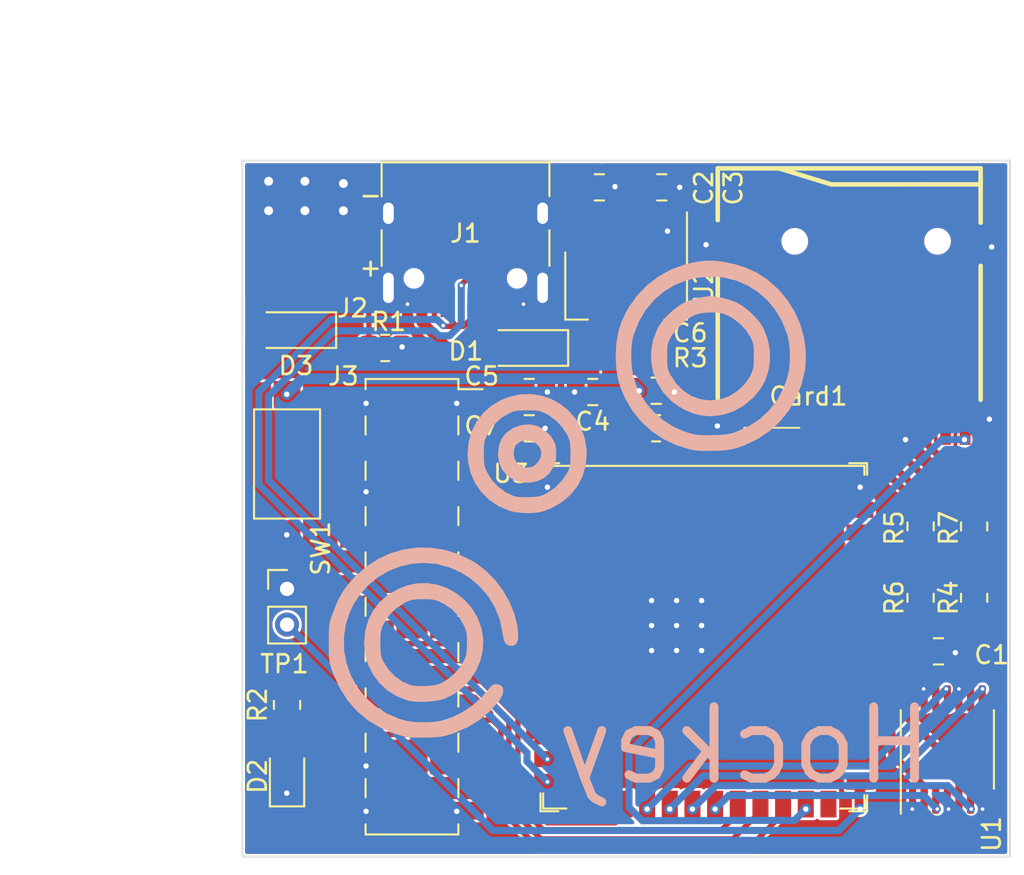
<source format=kicad_pcb>
(kicad_pcb (version 20211014) (generator pcbnew)
  (layers (0 "F.Cu" signal) (31 "B.Cu" signal) (34 "B.Paste" user) (35 "F.Paste" user) (36 "B.SilkS" user "B.Silkscreen") (37 "F.SilkS" user "F.Silkscreen") (38 "B.Mask" user) (39 "F.Mask" user) (44 "Edge.Cuts" user))
  (net 0 "")
  (net 1 "+3.3V")
  (net 2 "GND")
  (net 3 "+5V")
  (net 4 "Net-(C6-Pad2)")
  (net 6 "Net-(Card1-Pad2)")
  (net 7 "Net-(Card1-Pad3)")
  (net 8 "Net-(Card1-Pad5)")
  (net 9 "Net-(Card1-Pad7)")
  (net 11 "/CD")
  (net 12 "Net-(D1-Pad2)")
  (net 13 "Net-(D2-Pad2)")
  (net 14 "Net-(D3-Pad2)")
  (net 15 "Net-(J1-PadA5)")
  (net 16 "/D+")
  (net 17 "/D-")
  (net 20 "/R1")
  (net 21 "/G1")
  (net 22 "/B1")
  (net 23 "/R2")
  (net 24 "/G2")
  (net 25 "/B2")
  (net 26 "/E")
  (net 27 "/A")
  (net 28 "/B")
  (net 29 "/C")
  (net 30 "/D")
  (net 31 "/CLK")
  (net 32 "/LAT")
  (net 33 "/OE")
  (net 34 "Net-(R3-Pad2)")
  (net 35 "Net-(R4-Pad2)")
  (net 36 "Net-(R5-Pad2)")
  (net 37 "Net-(R6-Pad2)")
  (net 38 "Net-(R7-Pad2)")
  (net 39 "Net-(TP1-Pad2)")
  (net 40 "/MISO")
  (net 41 "/CS")
  (net 42 "/MOSI")
  (net 43 "/SCK")
  (footprint "SDCard:TF-SMD_TF-01A" (layer "F.Cu") (at 149.5 66.5 180)
    (fp_text reference "Card1" (at 0 -3.207) (layer "F.SilkS") (effects (justify right)))
    (fp_text value "TF-01A")
    (pad "" np_thru_hole circle (at -4.95 5.478 180) (size 1 1) (drill 1) (layers *.Cu *.Mask))
    (pad "" np_thru_hole circle (at 3.05 5.475 180) (size 1 1) (drill 1) (layers *.Cu *.Mask))
    (pad "1" smd rect (at 2.301 -5.276 180) (size 0.6 1.3) (layers "F.Cu" "F.Paste" "F.Mask"))
    (pad "2" smd rect (at 1.201 -5.276 180) (size 0.6 1.3) (layers "F.Cu" "F.Paste" "F.Mask") (net 6 "Net-(Card1-Pad2)"))
    (pad "3" smd rect (at 0.101 -5.276 180) (size 0.6 1.3) (layers "F.Cu" "F.Paste" "F.Mask") (net 7 "Net-(Card1-Pad3)"))
    (pad "4" smd rect (at -0.999 -5.276 180) (size 0.6 1.3) (layers "F.Cu" "F.Paste" "F.Mask") (net 1 "+3.3V"))
    (pad "5" smd rect (at -2.099 -5.276 180) (size 0.6 1.3) (layers "F.Cu" "F.Paste" "F.Mask") (net 8 "Net-(Card1-Pad5)"))
    (pad "6" smd rect (at -3.199 -5.276 180) (size 0.6 1.3) (layers "F.Cu" "F.Paste" "F.Mask") (net 2 "GND"))
    (pad "7" smd rect (at -4.299 -5.276 180) (size 0.6 1.3) (layers "F.Cu" "F.Paste" "F.Mask") (net 9 "Net-(Card1-Pad7)"))
    (pad "8" smd rect (at -5.399 -5.276 180) (size 0.6 1.3) (layers "F.Cu" "F.Paste" "F.Mask"))
    (pad "9" smd rect (at -6.499 -5.276 180) (size 0.6 1.3) (layers "F.Cu" "F.Paste" "F.Mask") (net 11 "/CD"))
    (pad "10" smd rect (at -7.599 -4.426 180) (size 1.2 1.4) (layers "F.Cu" "F.Paste" "F.Mask") (net 2 "GND"))
    (pad "11" smd rect (at -7.76 5.276 180) (size 1.2 2) (layers "F.Cu" "F.Paste" "F.Mask") (net 2 "GND"))
    (pad "12" smd rect (at 7.76 5.276 180) (size 1.2 2) (layers "F.Cu" "F.Paste" "F.Mask") (net 2 "GND"))
    (pad "13" smd rect (at 7.081 -4.426 180) (size 1.2 1.4) (layers "F.Cu" "F.Paste" "F.Mask") (net 2 "GND"))
  )
  (footprint "Resistor_SMD:R_0805_2012Metric" (layer "F.Cu") (at 153.5 77 -90)
    (fp_text reference "R5" (at 0.089 1.481 90) (layer "F.SilkS"))
    (fp_text value "3.3K")
    (pad "1" smd roundrect (at -0.9125 0 270) (size 1.025 1.4) (layers "F.Cu" "F.Paste" "F.Mask") (roundrect_rratio 0.243902) (net 6 "Net-(Card1-Pad2)"))
    (pad "2" smd roundrect (at 0.9125 0 270) (size 1.025 1.4) (layers "F.Cu" "F.Paste" "F.Mask") (roundrect_rratio 0.243902) (net 36 "Net-(R5-Pad2)"))
  )
  (footprint "Espressif:ESP32-S3-WROOM-1U" (layer "F.Cu") (at 141.351 83.058)
    (fp_text reference "U3" (at -10.795 -9.017) (layer "F.SilkS"))
    (fp_text value "ESP32-S3-WROOM-1")
    (pad "1" smd rect (at -8.75 -8.26) (size 1.5 0.9) (layers "F.Cu" "F.Paste" "F.Mask") (net 2 "GND"))
    (pad "2" smd rect (at -8.75 -6.99) (size 1.5 0.9) (layers "F.Cu" "F.Paste" "F.Mask") (net 1 "+3.3V"))
    (pad "3" smd rect (at -8.75 -5.72) (size 1.5 0.9) (layers "F.Cu" "F.Paste" "F.Mask") (net 34 "Net-(R3-Pad2)"))
    (pad "4" smd rect (at -8.75 -4.45) (size 1.5 0.9) (layers "F.Cu" "F.Paste" "F.Mask") (net 20 "/R1"))
    (pad "5" smd rect (at -8.75 -3.18) (size 1.5 0.9) (layers "F.Cu" "F.Paste" "F.Mask") (net 21 "/G1"))
    (pad "6" smd rect (at -8.75 -1.91) (size 1.5 0.9) (layers "F.Cu" "F.Paste" "F.Mask") (net 22 "/B1"))
    (pad "7" smd rect (at -8.75 -0.64) (size 1.5 0.9) (layers "F.Cu" "F.Paste" "F.Mask") (net 23 "/R2"))
    (pad "8" smd rect (at -8.75 0.63) (size 1.5 0.9) (layers "F.Cu" "F.Paste" "F.Mask") (net 24 "/G2"))
    (pad "9" smd rect (at -8.75 1.9) (size 1.5 0.9) (layers "F.Cu" "F.Paste" "F.Mask") (net 25 "/B2"))
    (pad "10" smd rect (at -8.75 3.17) (size 1.5 0.9) (layers "F.Cu" "F.Paste" "F.Mask") (net 26 "/E"))
    (pad "11" smd rect (at -8.75 4.44) (size 1.5 0.9) (layers "F.Cu" "F.Paste" "F.Mask") (net 27 "/A"))
    (pad "12" smd rect (at -8.75 5.71) (size 1.5 0.9) (layers "F.Cu" "F.Paste" "F.Mask") (net 28 "/B"))
    (pad "13" smd rect (at -8.75 6.98) (size 1.5 0.9) (layers "F.Cu" "F.Paste" "F.Mask") (net 17 "/D-"))
    (pad "14" smd rect (at -8.75 8.25) (size 1.5 0.9) (layers "F.Cu" "F.Paste" "F.Mask") (net 16 "/D+"))
    (pad "15" smd rect (at -6.985 9.5 90) (size 1.5 0.9) (layers "F.Cu" "F.Paste" "F.Mask") (net 29 "/C"))
    (pad "16" smd rect (at -5.715 9.5 90) (size 1.5 0.9) (layers "F.Cu" "F.Paste" "F.Mask"))
    (pad "17" smd rect (at -4.445 9.5 90) (size 1.5 0.9) (layers "F.Cu" "F.Paste" "F.Mask") (net 30 "/D"))
    (pad "18" smd rect (at -3.175 9.5 90) (size 1.5 0.9) (layers "F.Cu" "F.Paste" "F.Mask") (net 43 "/SCK"))
    (pad "19" smd rect (at -1.905 9.5 90) (size 1.5 0.9) (layers "F.Cu" "F.Paste" "F.Mask") (net 42 "/MOSI"))
    (pad "20" smd rect (at -0.635 9.5 90) (size 1.5 0.9) (layers "F.Cu" "F.Paste" "F.Mask") (net 41 "/CS"))
    (pad "21" smd rect (at 0.635 9.5 90) (size 1.5 0.9) (layers "F.Cu" "F.Paste" "F.Mask") (net 40 "/MISO"))
    (pad "22" smd rect (at 1.905 9.5 90) (size 1.5 0.9) (layers "F.Cu" "F.Paste" "F.Mask") (net 31 "/CLK"))
    (pad "23" smd rect (at 3.175 9.5 90) (size 1.5 0.9) (layers "F.Cu" "F.Paste" "F.Mask") (net 32 "/LAT"))
    (pad "24" smd rect (at 4.445 9.5 90) (size 1.5 0.9) (layers "F.Cu" "F.Paste" "F.Mask") (net 33 "/OE"))
    (pad "25" smd rect (at 5.715 9.5 90) (size 1.5 0.9) (layers "F.Cu" "F.Paste" "F.Mask") (net 11 "/CD"))
    (pad "26" smd rect (at 6.985 9.5 90) (size 1.5 0.9) (layers "F.Cu" "F.Paste" "F.Mask"))
    (pad "27" smd rect (at 8.75 8.25 180) (size 1.5 0.9) (layers "F.Cu" "F.Paste" "F.Mask") (net 39 "Net-(TP1-Pad2)"))
    (pad "28" smd rect (at 8.75 6.98 180) (size 1.5 0.9) (layers "F.Cu" "F.Paste" "F.Mask"))
    (pad "29" smd rect (at 8.75 5.71 180) (size 1.5 0.9) (layers "F.Cu" "F.Paste" "F.Mask"))
    (pad "30" smd rect (at 8.75 4.44 180) (size 1.5 0.9) (layers "F.Cu" "F.Paste" "F.Mask"))
    (pad "31" smd rect (at 8.75 3.17 180) (size 1.5 0.9) (layers "F.Cu" "F.Paste" "F.Mask"))
    (pad "32" smd rect (at 8.75 1.9 180) (size 1.5 0.9) (layers "F.Cu" "F.Paste" "F.Mask"))
    (pad "33" smd rect (at 8.75 0.63 180) (size 1.5 0.9) (layers "F.Cu" "F.Paste" "F.Mask"))
    (pad "34" smd rect (at 8.75 -0.64 180) (size 1.5 0.9) (layers "F.Cu" "F.Paste" "F.Mask"))
    (pad "35" smd rect (at 8.75 -1.91 180) (size 1.5 0.9) (layers "F.Cu" "F.Paste" "F.Mask"))
    (pad "36" smd rect (at 8.75 -3.18 180) (size 1.5 0.9) (layers "F.Cu" "F.Paste" "F.Mask"))
    (pad "37" smd rect (at 8.75 -4.45 180) (size 1.5 0.9) (layers "F.Cu" "F.Paste" "F.Mask"))
    (pad "38" smd rect (at 8.75 -5.72 180) (size 1.5 0.9) (layers "F.Cu" "F.Paste" "F.Mask"))
    (pad "39" smd rect (at 8.75 -6.99 180) (size 1.5 0.9) (layers "F.Cu" "F.Paste" "F.Mask"))
    (pad "40" smd rect (at 8.75 -8.26 180) (size 1.5 0.9) (layers "F.Cu" "F.Paste" "F.Mask") (net 2 "GND"))
    (pad "41" smd rect (at -2.9 -0.54 180) (size 0.9 0.9) (layers "F.Cu" "F.Paste" "F.Mask") (net 2 "GND"))
    (pad "41" smd rect (at -2.9 0.86 180) (size 0.9 0.9) (layers "F.Cu" "F.Paste" "F.Mask") (net 2 "GND"))
    (pad "41" smd rect (at -1.5 -0.54 180) (size 0.9 0.9) (layers "F.Cu" "F.Paste" "F.Mask") (net 2 "GND"))
    (pad "41" smd rect (at -1.5 0.86 180) (size 0.9 0.9) (layers "F.Cu" "F.Paste" "F.Mask") (net 2 "GND"))
    (pad "41" smd rect (at -0.1 -1.94 180) (size 0.9 0.9) (layers "F.Cu" "F.Paste" "F.Mask") (net 2 "GND"))
    (pad "41" smd rect (at -0.1 0.86 180) (size 0.9 0.9) (layers "F.Cu" "F.Paste" "F.Mask") (net 2 "GND"))
    (pad "41" smd rect (at -0.1 -0.54 180) (size 0.9 0.9) (layers "F.Cu" "F.Paste" "F.Mask") (net 2 "GND"))
    (pad "41" smd rect (at -1.5 -1.94 180) (size 0.9 0.9) (layers "F.Cu" "F.Paste" "F.Mask") (net 2 "GND"))
    (pad "41" smd rect (at -2.9 -1.94 180) (size 0.9 0.9) (layers "F.Cu" "F.Paste" "F.Mask") (net 2 "GND"))
  )
  (footprint "Connector_PinHeader_2.00mm:PinHeader_1x02_P2.00mm_Vertical" (layer "F.Cu") (at 118 80.5)
    (fp_text reference "TP1" (at -0.144 4.209) (layer "F.SilkS"))
    (fp_text value "TestPoint_2Pole")
    (pad "1" thru_hole rect (at 0 0) (size 1.35 1.35) (drill 0.8) (layers *.Cu *.Mask) (net 2 "GND"))
    (pad "2" thru_hole oval (at 0 2) (size 1.35 1.35) (drill 0.8) (layers *.Cu *.Mask) (net 39 "Net-(TP1-Pad2)"))
  )
  (footprint "Capacitor_SMD:C_0805_2012Metric" (layer "F.Cu") (at 131.572 69.469)
    (fp_text reference "C5" (at -2.667 -0.889) (layer "F.SilkS"))
    (fp_text value "1u")
    (pad "1" smd roundrect (at -0.95 0) (size 1 1.45) (layers "F.Cu" "F.Paste" "F.Mask") (net 1 "+3.3V"))
    (pad "2" smd roundrect (at 0.95 0) (size 1 1.45) (layers "F.Cu" "F.Paste" "F.Mask") (net 2 "GND"))
  )
  (footprint "1Comment:Hockey" (layer "F.Cu") (at 132.715 75.311)
    (fp_text reference "G***" hide)
    (fp_text value "LOGO" hide)
  )
  (footprint "Package_SO:TSSOP-14_4.4x5mm_P0.65mm" (layer "F.Cu") (at 155 89.5 90)
    (fp_text reference "U1" (at -4.734 2.48 90) (layer "F.SilkS"))
    (fp_text value "74LVC125")
    (pad "1" smd roundrect (at -2.8625 -1.95 90) (size 1.475 0.4) (layers "F.Cu" "F.Paste" "F.Mask") (net 2 "GND"))
    (pad "2" smd roundrect (at -2.8625 -1.3 90) (size 1.475 0.4) (layers "F.Cu" "F.Paste" "F.Mask") (net 36 "Net-(R5-Pad2)"))
    (pad "3" smd roundrect (at -2.8625 -0.65 90) (size 1.475 0.4) (layers "F.Cu" "F.Paste" "F.Mask") (net 40 "/MISO"))
    (pad "4" smd roundrect (at -2.8625 0 90) (size 1.475 0.4) (layers "F.Cu" "F.Paste" "F.Mask") (net 2 "GND"))
    (pad "5" smd roundrect (at -2.8625 0.65 90) (size 1.475 0.4) (layers "F.Cu" "F.Paste" "F.Mask") (net 37 "Net-(R6-Pad2)"))
    (pad "6" smd roundrect (at -2.8625 1.3 90) (size 1.475 0.4) (layers "F.Cu" "F.Paste" "F.Mask") (net 41 "/CS"))
    (pad "7" smd roundrect (at -2.8625 1.95 90) (size 1.475 0.4) (layers "F.Cu" "F.Paste" "F.Mask") (net 2 "GND"))
    (pad "8" smd roundrect (at 2.8625 1.95 90) (size 1.475 0.4) (layers "F.Cu" "F.Paste" "F.Mask") (net 42 "/MOSI"))
    (pad "9" smd roundrect (at 2.8625 1.3 90) (size 1.475 0.4) (layers "F.Cu" "F.Paste" "F.Mask") (net 35 "Net-(R4-Pad2)"))
    (pad "10" smd roundrect (at 2.8625 0.65 90) (size 1.475 0.4) (layers "F.Cu" "F.Paste" "F.Mask") (net 2 "GND"))
    (pad "11" smd roundrect (at 2.8625 0 90) (size 1.475 0.4) (layers "F.Cu" "F.Paste" "F.Mask") (net 43 "/SCK"))
    (pad "12" smd roundrect (at 2.8625 -0.65 90) (size 1.475 0.4) (layers "F.Cu" "F.Paste" "F.Mask") (net 38 "Net-(R7-Pad2)"))
    (pad "13" smd roundrect (at 2.8625 -1.3 90) (size 1.475 0.4) (layers "F.Cu" "F.Paste" "F.Mask") (net 2 "GND"))
    (pad "14" smd roundrect (at 2.8625 -1.95 90) (size 1.475 0.4) (layers "F.Cu" "F.Paste" "F.Mask") (net 1 "+3.3V"))
  )
  (footprint "Capacitor_SMD:C_0805_2012Metric" (layer "F.Cu") (at 139 58)
    (fp_text reference "C3" (at 4.002 0.039 270) (layer "F.SilkS"))
    (fp_text value "1u")
    (pad "1" smd roundrect (at -0.95 0) (size 1 1.45) (layers "F.Cu" "F.Paste" "F.Mask") (net 1 "+3.3V"))
    (pad "2" smd roundrect (at 0.95 0) (size 1 1.45) (layers "F.Cu" "F.Paste" "F.Mask") (net 2 "GND"))
  )
  (footprint "Package_TO_SOT_SMD:SOT-223-3_TabPin2" (layer "F.Cu") (at 137 63.5 -90)
    (fp_text reference "U2" (at 0 -4.351 90) (layer "F.SilkS"))
    (fp_text value "AMS1117-3.3")
    (pad "1" smd rect (at -3.15 -2.3 270) (size 2 1.5) (layers "F.Cu" "F.Paste" "F.Mask") (net 2 "GND"))
    (pad "2" smd rect (at 3.15 0 270) (size 2 3.8) (layers "F.Cu" "F.Paste" "F.Mask") (net 1 "+3.3V"))
    (pad "2" smd rect (at -3.15 0 270) (size 2 1.5) (layers "F.Cu" "F.Paste" "F.Mask") (net 1 "+3.3V"))
    (pad "3" smd rect (at -3.15 2.3 270) (size 2 1.5) (layers "F.Cu" "F.Paste" "F.Mask") (net 3 "+5V"))
  )
  (footprint "Resistor_SMD:R_0805_2012Metric" (layer "F.Cu") (at 156.5 77 -90)
    (fp_text reference "R7" (at 0.089 1.433 90) (layer "F.SilkS"))
    (fp_text value "3.3K")
    (pad "1" smd roundrect (at -0.9125 0 270) (size 1.025 1.4) (layers "F.Cu" "F.Paste" "F.Mask") (roundrect_rratio 0.243902) (net 8 "Net-(Card1-Pad5)"))
    (pad "2" smd roundrect (at 0.9125 0 270) (size 1.025 1.4) (layers "F.Cu" "F.Paste" "F.Mask") (roundrect_rratio 0.243902) (net 38 "Net-(R7-Pad2)"))
  )
  (footprint "Capacitor_SMD:C_0805_2012Metric" (layer "F.Cu") (at 154.5 84)
    (fp_text reference "C1" (at 2.98 0.201) (layer "F.SilkS"))
    (fp_text value "0.1u")
    (pad "1" smd roundrect (at -0.95 0) (size 1 1.45) (layers "F.Cu" "F.Paste" "F.Mask") (net 1 "+3.3V"))
    (pad "2" smd roundrect (at 0.95 0) (size 1 1.45) (layers "F.Cu" "F.Paste" "F.Mask") (net 2 "GND"))
  )
  (footprint "Capacitor_SMD:C_0805_2012Metric" (layer "F.Cu") (at 135.128 69.469 180)
    (fp_text reference "C4" (at 0 -1.651) (layer "F.SilkS"))
    (fp_text value "10u")
    (pad "1" smd roundrect (at -0.95 0 180) (size 1 1.45) (layers "F.Cu" "F.Paste" "F.Mask") (net 1 "+3.3V"))
    (pad "2" smd roundrect (at 0.95 0 180) (size 1 1.45) (layers "F.Cu" "F.Paste" "F.Mask") (net 2 "GND"))
  )
  (footprint "Button_Switch_SMD:SW_SPST_CK_RS282G05A3" (layer "F.Cu") (at 118 73.5 90)
    (fp_text reference "SW1" (at -4.732 1.888 90) (layer "F.SilkS"))
    (fp_text value "SW_Push")
    (pad "1" smd rect (at -3.9 0 90) (size 1.5 1.5) (layers "F.Cu" "F.Paste" "F.Mask") (net 2 "GND"))
    (pad "2" smd rect (at 3.9 0 90) (size 1.5 1.5) (layers "F.Cu" "F.Paste" "F.Mask") (net 4 "Net-(C6-Pad2)"))
  )
  (footprint "Resistor_SMD:R_0805_2012Metric" (layer "F.Cu") (at 123.5 67)
    (fp_text reference "R1" (at 0.198 -1.468) (layer "F.SilkS"))
    (fp_text value "5.1K")
    (pad "1" smd roundrect (at -0.9125 0) (size 1.025 1.4) (layers "F.Cu" "F.Paste" "F.Mask") (roundrect_rratio 0.243902) (net 15 "Net-(J1-PadA5)"))
    (pad "2" smd roundrect (at 0.9125 0) (size 1.025 1.4) (layers "F.Cu" "F.Paste" "F.Mask") (roundrect_rratio 0.243902) (net 2 "GND"))
  )
  (footprint "Diode_SMD:D_SOD-123" (layer "F.Cu") (at 131.5 67 180)
    (fp_text reference "D1" (at 3.484 -0.183) (layer "F.SilkS"))
    (fp_text value "1N5819HW")
    (pad "1" smd rect (at -1.65 0 180) (size 0.9 1.2) (layers "F.Cu" "F.Paste" "F.Mask") (net 3 "+5V"))
    (pad "2" smd rect (at 1.65 0 180) (size 0.9 1.2) (layers "F.Cu" "F.Paste" "F.Mask") (net 12 "Net-(D1-Pad2)"))
  )
  (footprint "Capacitor_SMD:C_0805_2012Metric" (layer "F.Cu") (at 135.5 58)
    (fp_text reference "C2" (at 5.851 0.039 90) (layer "F.SilkS"))
    (fp_text value "1u")
    (pad "1" smd roundrect (at -0.95 0) (size 1 1.45) (layers "F.Cu" "F.Paste" "F.Mask") (net 3 "+5V"))
    (pad "2" smd roundrect (at 0.95 0) (size 1 1.45) (layers "F.Cu" "F.Paste" "F.Mask") (net 2 "GND"))
  )
  (footprint "Capacitor_SMD:C_0805_2012Metric" (layer "F.Cu") (at 131.572 71.501)
    (fp_text reference "C7" (at -2.667 -0.127) (layer "F.SilkS"))
    (fp_text value "0.1u")
    (pad "1" smd roundrect (at -0.95 0) (size 1 1.45) (layers "F.Cu" "F.Paste" "F.Mask") (net 1 "+3.3V"))
    (pad "2" smd roundrect (at 0.95 0) (size 1 1.45) (layers "F.Cu" "F.Paste" "F.Mask") (net 2 "GND"))
  )
  (footprint "1Comment:USB_C_Receptacle_HRO_TYPE-C-31-M-12" (layer "F.Cu") (at 128 60.5 180)
    (fp_text reference "J1" (at 0 -0.079) (layer "F.SilkS"))
    (fp_text value "USB_C_Receptacle_USB2.0")
    (pad "" np_thru_hole circle (at -2.89 -2.6 180) (size 0.65 0.65) (drill 0.65) (layers *.Cu *.Mask))
    (pad "" np_thru_hole circle (at 2.89 -2.6 180) (size 0.65 0.65) (drill 0.65) (layers *.Cu *.Mask))
    (pad "A1" smd rect (at -3.25 -4.045 180) (size 0.6 1.45) (layers "F.Cu" "F.Paste" "F.Mask") (net 2 "GND"))
    (pad "A4" smd rect (at -2.45 -4.045 180) (size 0.6 1.45) (layers "F.Cu" "F.Paste" "F.Mask") (net 12 "Net-(D1-Pad2)"))
    (pad "A5" smd rect (at -1.25 -4.045 180) (size 0.3 1.45) (layers "F.Cu" "F.Paste" "F.Mask") (net 15 "Net-(J1-PadA5)"))
    (pad "A6" smd rect (at -0.25 -4.045 180) (size 0.3 1.45) (layers "F.Cu" "F.Paste" "F.Mask") (net 16 "/D+"))
    (pad "A7" smd rect (at 0.25 -4.045 180) (size 0.3 1.45) (layers "F.Cu" "F.Paste" "F.Mask") (net 17 "/D-"))
    (pad "A8" smd rect (at 1.25 -4.045 180) (size 0.3 1.45) (layers "F.Cu" "F.Paste" "F.Mask"))
    (pad "A9" smd rect (at 2.45 -4.045 180) (size 0.6 1.45) (layers "F.Cu" "F.Paste" "F.Mask") (net 12 "Net-(D1-Pad2)"))
    (pad "A12" smd rect (at 3.25 -4.045 180) (size 0.6 1.45) (layers "F.Cu" "F.Paste" "F.Mask") (net 2 "GND"))
    (pad "B1" smd rect (at 3.25 -4.045 180) (size 0.6 1.45) (layers "F.Cu" "F.Paste" "F.Mask") (net 2 "GND"))
    (pad "B4" smd rect (at 2.45 -4.045 180) (size 0.6 1.45) (layers "F.Cu" "F.Paste" "F.Mask") (net 12 "Net-(D1-Pad2)"))
    (pad "B5" smd rect (at 1.75 -4.045 180) (size 0.3 1.45) (layers "F.Cu" "F.Paste" "F.Mask") (net 15 "Net-(J1-PadA5)"))
    (pad "B6" smd rect (at 0.75 -4.045 180) (size 0.3 1.45) (layers "F.Cu" "F.Paste" "F.Mask") (net 16 "/D+"))
    (pad "B7" smd rect (at -0.75 -4.045 180) (size 0.3 1.45) (layers "F.Cu" "F.Paste" "F.Mask") (net 17 "/D-"))
    (pad "B8" smd rect (at -1.75 -4.045 180) (size 0.3 1.45) (layers "F.Cu" "F.Paste" "F.Mask"))
    (pad "B9" smd rect (at -2.45 -4.045 180) (size 0.6 1.45) (layers "F.Cu" "F.Paste" "F.Mask") (net 12 "Net-(D1-Pad2)"))
    (pad "B12" smd rect (at -3.25 -4.045 180) (size 0.6 1.45) (layers "F.Cu" "F.Paste" "F.Mask") (net 2 "GND"))
    (pad "S1" thru_hole oval (at -4.32 1.05 180) (size 1 1.6) (drill oval 0.6 1.2) (layers *.Cu *.Mask) (net 2 "GND"))
    (pad "S1" thru_hole oval (at 4.32 -3.13 180) (size 1 2.1) (drill oval 0.6 1.7) (layers *.Cu *.Mask) (net 2 "GND"))
    (pad "S1" thru_hole oval (at -4.32 -3.13 180) (size 1 2.1) (drill oval 0.6 1.7) (layers *.Cu *.Mask) (net 2 "GND"))
    (pad "S1" thru_hole oval (at 4.32 1.05 180) (size 1 1.6) (drill oval 0.6 1.2) (layers *.Cu *.Mask) (net 2 "GND"))
  )
  (footprint "Capacitor_SMD:C_0805_2012Metric" (layer "F.Cu") (at 138.684 69.397 180)
    (fp_text reference "C6" (at -1.905 3.23) (layer "F.SilkS"))
    (fp_text value "1u")
    (pad "1" smd roundrect (at -0.95 0 180) (size 1 1.45) (layers "F.Cu" "F.Paste" "F.Mask") (net 2 "GND"))
    (pad "2" smd roundrect (at 0.95 0 180) (size 1 1.45) (layers "F.Cu" "F.Paste" "F.Mask") (net 4 "Net-(C6-Pad2)"))
  )
  (footprint "Resistor_SMD:R_0805_2012Metric" (layer "F.Cu") (at 153.5 81 -90)
    (fp_text reference "R6" (at 0 1.481 90) (layer "F.SilkS"))
    (fp_text value "3.3K")
    (pad "1" smd roundrect (at -0.9125 0 270) (size 1.025 1.4) (layers "F.Cu" "F.Paste" "F.Mask") (roundrect_rratio 0.243902) (net 7 "Net-(Card1-Pad3)"))
    (pad "2" smd roundrect (at 0.9125 0 270) (size 1.025 1.4) (layers "F.Cu" "F.Paste" "F.Mask") (roundrect_rratio 0.243902) (net 37 "Net-(R6-Pad2)"))
  )
  (footprint "1Comment:Battery" (layer "F.Cu") (at 119 62.5 90)
    (fp_text reference "J2" (at -2.27 2.666 unlocked) (layer "F.SilkS"))
    (fp_text value "Conn_01x02")
    (pad "1" smd roundrect (at 0 0 90) (size 3 6) (layers "F.Cu" "F.Paste" "F.Mask") (net 14 "Net-(D3-Pad2)"))
    (pad "2" smd roundrect (at 4 0 90) (size 3 6) (layers "F.Cu" "F.Paste" "F.Mask") (net 2 "GND"))
  )
  (footprint "Connector_PinSocket_2.54mm:PinSocket_2x10_P2.54mm_Vertical_SMD" (layer "F.Cu") (at 125 81.5)
    (fp_text reference "J3" (at -3.842 -12.92) (layer "F.SilkS"))
    (fp_text value "Conn_01x20")
    (pad "1" smd rect (at 2.52 -11.43) (size 3 1) (layers "F.Cu" "F.Paste" "F.Mask") (net 2 "GND"))
    (pad "2" smd rect (at -2.52 -11.43) (size 3 1) (layers "F.Cu" "F.Paste" "F.Mask") (net 2 "GND"))
    (pad "3" smd rect (at 2.52 -8.89) (size 3 1) (layers "F.Cu" "F.Paste" "F.Mask") (net 20 "/R1"))
    (pad "4" smd rect (at -2.52 -8.89) (size 3 1) (layers "F.Cu" "F.Paste" "F.Mask") (net 21 "/G1"))
    (pad "5" smd rect (at 2.52 -6.35) (size 3 1) (layers "F.Cu" "F.Paste" "F.Mask") (net 22 "/B1"))
    (pad "6" smd rect (at -2.52 -6.35) (size 3 1) (layers "F.Cu" "F.Paste" "F.Mask") (net 2 "GND"))
    (pad "7" smd rect (at 2.52 -3.81) (size 3 1) (layers "F.Cu" "F.Paste" "F.Mask") (net 23 "/R2"))
    (pad "8" smd rect (at -2.52 -3.81) (size 3 1) (layers "F.Cu" "F.Paste" "F.Mask") (net 24 "/G2"))
    (pad "9" smd rect (at 2.52 -1.27) (size 3 1) (layers "F.Cu" "F.Paste" "F.Mask") (net 25 "/B2"))
    (pad "10" smd rect (at -2.52 -1.27) (size 3 1) (layers "F.Cu" "F.Paste" "F.Mask") (net 26 "/E"))
    (pad "11" smd rect (at 2.52 1.27) (size 3 1) (layers "F.Cu" "F.Paste" "F.Mask") (net 27 "/A"))
    (pad "12" smd rect (at -2.52 1.27) (size 3 1) (layers "F.Cu" "F.Paste" "F.Mask") (net 28 "/B"))
    (pad "13" smd rect (at 2.52 3.81) (size 3 1) (layers "F.Cu" "F.Paste" "F.Mask") (net 29 "/C"))
    (pad "14" smd rect (at -2.52 3.81) (size 3 1) (layers "F.Cu" "F.Paste" "F.Mask") (net 30 "/D"))
    (pad "15" smd rect (at 2.52 6.35) (size 3 1) (layers "F.Cu" "F.Paste" "F.Mask") (net 31 "/CLK"))
    (pad "16" smd rect (at -2.52 6.35) (size 3 1) (layers "F.Cu" "F.Paste" "F.Mask") (net 32 "/LAT"))
    (pad "17" smd rect (at 2.52 8.89) (size 3 1) (layers "F.Cu" "F.Paste" "F.Mask") (net 33 "/OE"))
    (pad "18" smd rect (at -2.52 8.89) (size 3 1) (layers "F.Cu" "F.Paste" "F.Mask") (net 2 "GND"))
    (pad "19" smd rect (at 2.52 11.43) (size 3 1) (layers "F.Cu" "F.Paste" "F.Mask") (net 2 "GND"))
    (pad "20" smd rect (at -2.52 11.43) (size 3 1) (layers "F.Cu" "F.Paste" "F.Mask") (net 2 "GND"))
  )
  (footprint "Resistor_SMD:R_0805_2012Metric" (layer "F.Cu") (at 118 87 90)
    (fp_text reference "R2" (at 0 -1.65 90) (layer "F.SilkS"))
    (fp_text value "1k")
    (pad "1" smd roundrect (at -0.9125 0 90) (size 1.025 1.4) (layers "F.Cu" "F.Paste" "F.Mask") (roundrect_rratio 0.243902) (net 13 "Net-(D2-Pad2)"))
    (pad "2" smd roundrect (at 0.9125 0 90) (size 1.025 1.4) (layers "F.Cu" "F.Paste" "F.Mask") (roundrect_rratio 0.243902) (net 1 "+3.3V"))
  )
  (footprint "Resistor_SMD:R_0805_2012Metric" (layer "F.Cu") (at 156.5 81 -90)
    (fp_text reference "R4" (at 0 1.433 90) (layer "F.SilkS"))
    (fp_text value "3.3K")
    (pad "1" smd roundrect (at -0.9125 0 270) (size 1.025 1.4) (layers "F.Cu" "F.Paste" "F.Mask") (roundrect_rratio 0.243902) (net 9 "Net-(Card1-Pad7)"))
    (pad "2" smd roundrect (at 0.9125 0 270) (size 1.025 1.4) (layers "F.Cu" "F.Paste" "F.Mask") (roundrect_rratio 0.243902) (net 35 "Net-(R4-Pad2)"))
  )
  (footprint "Resistor_SMD:R_0805_2012Metric" (layer "F.Cu") (at 138.684 71.501)
    (fp_text reference "R3" (at 1.905 -3.937) (layer "F.SilkS"))
    (fp_text value "1K")
    (pad "1" smd roundrect (at -0.9125 0) (size 1.025 1.4) (layers "F.Cu" "F.Paste" "F.Mask") (roundrect_rratio 0.243902) (net 4 "Net-(C6-Pad2)"))
    (pad "2" smd roundrect (at 0.9125 0) (size 1.025 1.4) (layers "F.Cu" "F.Paste" "F.Mask") (roundrect_rratio 0.243902) (net 34 "Net-(R3-Pad2)"))
  )
  (footprint "Diode_SMD:D_SOD-123" (layer "F.Cu") (at 118.5 66 180)
    (fp_text reference "D3" (at 0 -2) (layer "F.SilkS"))
    (fp_text value "1N5819HW")
    (pad "1" smd rect (at -1.65 0 180) (size 0.9 1.2) (layers "F.Cu" "F.Paste" "F.Mask") (net 3 "+5V"))
    (pad "2" smd rect (at 1.65 0 180) (size 0.9 1.2) (layers "F.Cu" "F.Paste" "F.Mask") (net 14 "Net-(D3-Pad2)"))
  )
  (footprint "LED_SMD:LED_0805_2012Metric" (layer "F.Cu") (at 118 91 90)
    (fp_text reference "D2" (at 0 -1.65 90) (layer "F.SilkS"))
    (fp_text value "LED0805")
    (pad "1" smd roundrect (at -0.9375 0 90) (size 0.975 1.4) (layers "F.Cu" "F.Paste" "F.Mask") (net 2 "GND"))
    (pad "2" smd roundrect (at 0.9375 0 90) (size 0.975 1.4) (layers "F.Cu" "F.Paste" "F.Mask") (net 13 "Net-(D2-Pad2)"))
  )
  (gr_line (start 115.5 56.5) (end 115.5 95.5) (layer "Edge.Cuts") (width 0.1))
  (gr_line (start 115.5 95.5) (end 158.5 95.5) (layer "Edge.Cuts") (width 0.1))
  (gr_line (start 158.5 95.5) (end 158.5 56.5) (layer "Edge.Cuts") (width 0.1))
  (gr_line (start 115.5 56.5) (end 158.5 56.5) (layer "Edge.Cuts") (width 0.1))
  (gr_text "Hockey" (at 143.637 89.281) (layer "B.SilkS") (effects (font (size 4 4) (thickness 0.5)) (justify mirror)))
  (gr_text "+" (at 122.682 62.484) (layer "F.SilkS") (effects (font (size 1 1))))
  (gr_text "-" (at 122.682 58.42) (layer "F.SilkS") (effects (font (size 1 1))))
  (via (at 141.227 81.153) (size 0.6) (drill 0.3) (layers "F.Cu" "B.Cu") (net 2))
  (via (at 124.75 64.545) (size 0.4) (drill 0.2) (layers "F.Cu" "B.Cu") (net 2))
  (via (at 155.448 84.074) (size 0.6) (drill 0.3) (layers "F.Cu" "B.Cu") (net 2))
  (via (at 152.654 72.136) (size 0.6) (drill 0.3) (layers "F.Cu" "B.Cu") (net 2))
  (via (at 116.967 57.658) (size 1) (drill 0.5) (layers "F.Cu" "B.Cu") (net 2))
  (via (at 132.588 74.803) (size 0.6) (drill 0.3) (layers "F.Cu" "B.Cu") (net 2))
  (via (at 141.478 61.214) (size 0.6) (drill 0.3) (layers "F.Cu" "B.Cu") (net 2))
  (via (at 122.428 92.964) (size 0.6) (drill 0.3) (layers "F.Cu" "B.Cu") (net 2))
  (via (at 138.427 82.553) (size 0.6) (drill 0.3) (layers "F.Cu" "B.Cu") (net 2))
  (via (at 127.508 70.104) (size 0.6) (drill 0.3) (layers "F.Cu" "B.Cu") (net 2))
  (via (at 124.445 66.944) (size 0.6) (drill 0.3) (layers "F.Cu" "B.Cu") (net 2))
  (via (at 141.227 82.553) (size 0.6) (drill 0.3) (layers "F.Cu" "B.Cu") (net 2))
  (via (at 138.427 81.153) (size 0.6) (drill 0.3) (layers "F.Cu" "B.Cu") (net 2))
  (via (at 150.114 74.803) (size 0.6) (drill 0.3) (layers "F.Cu" "B.Cu") (net 2))
  (via (at 121.158 59.309) (size 1) (drill 0.5) (layers "F.Cu" "B.Cu") (net 2))
  (via (at 156.972 92.837) (size 0.4) (drill 0.2) (layers "F.Cu" "B.Cu") (net 2))
  (via (at 138.427 83.953) (size 0.6) (drill 0.3) (layers "F.Cu" "B.Cu") (net 2))
  (via (at 122.428 90.424) (size 0.6) (drill 0.3) (layers "F.Cu" "B.Cu") (net 2))
  (via (at 140 58) (size 0.6) (drill 0.3) (layers "F.Cu" "B.Cu") (net 2))
  (via (at 118.999 59.309) (size 1) (drill 0.5) (layers "F.Cu" "B.Cu") (net 2))
  (via (at 141.227 83.953) (size 0.6) (drill 0.3) (layers "F.Cu" "B.Cu") (net 2))
  (via (at 132.588 69.469) (size 0.6) (drill 0.3) (layers "F.Cu" "B.Cu") (net 2))
  (via (at 157.48 61.341) (size 0.6) (drill 0.3) (layers "F.Cu" "B.Cu") (net 2))
  (via (at 132.461 71.501) (size 0.6) (drill 0.3) (layers "F.Cu" "B.Cu") (net 2))
  (via (at 117.983 91.948) (size 0.6) (drill 0.3) (layers "F.Cu" "B.Cu") (net 2))
  (via (at 153.67 86.106) (size 0.4) (drill 0.2) (layers "F.Cu" "B.Cu") (net 2))
  (via (at 139.7 69.469) (size 0.6) (drill 0.3) (layers "F.Cu" "B.Cu") (net 2))
  (via (at 139.319 60.452) (size 0.6) (drill 0.3) (layers "F.Cu" "B.Cu") (net 2))
  (via (at 153.035 92.837) (size 0.4) (drill 0.2) (layers "F.Cu" "B.Cu") (net 2))
  (via (at 122.428 75.057) (size 0.6) (drill 0.3) (layers "F.Cu" "B.Cu") (net 2))
  (via (at 139.827 81.153) (size 0.6) (drill 0.3) (layers "F.Cu" "B.Cu") (net 2))
  (via (at 157.353 70.993) (size 0.6) (drill 0.3) (layers "F.Cu" "B.Cu") (net 2))
  (via (at 116.967 59.309) (size 1) (drill 0.5) (layers "F.Cu" "B.Cu") (net 2))
  (via (at 142.113 71.374) (size 0.6) (drill 0.3) (layers "F.Cu" "B.Cu") (net 2))
  (via (at 139.827 83.953) (size 0.6) (drill 0.3) (layers "F.Cu" "B.Cu") (net 2))
  (via (at 122.428 70.104) (size 0.6) (drill 0.3) (layers "F.Cu" "B.Cu") (net 2))
  (via (at 121.158 57.785) (size 1) (drill 0.5) (layers "F.Cu" "B.Cu") (net 2))
  (via (at 118.999 57.658) (size 1) (drill 0.5) (layers "F.Cu" "B.Cu") (net 2))
  (via (at 139.827 82.553) (size 0.6) (drill 0.3) (layers "F.Cu" "B.Cu") (net 2))
  (via (at 117.983 77.47) (size 0.6) (drill 0.3) (layers "F.Cu" "B.Cu") (net 2))
  (via (at 134.112 69.469) (size 0.6) (drill 0.3) (layers "F.Cu" "B.Cu") (net 2))
  (via (at 155.067 92.837) (size 0.4) (drill 0.2) (layers "F.Cu" "B.Cu") (net 2))
  (via (at 131.25 64.545) (size 0.4) (drill 0.2) (layers "F.Cu" "B.Cu") (net 2))
  (via (at 155.65 86.106) (size 0.4) (drill 0.2) (layers "F.Cu" "B.Cu") (net 2))
  (via (at 127.508 92.964) (size 0.6) (drill 0.3) (layers "F.Cu" "B.Cu") (net 2))
  (via (at 136.374 57.961) (size 0.6) (drill 0.3) (layers "F.Cu" "B.Cu") (net 2))
  (segment (start 137.7715 71.501) (end 137.7715 69.4345) (width 0.6) (layer "F.Cu") (net 4))
  (segment (start 137.737 69.4) (end 137.734 69.397) (width 0.6) (layer "F.Cu") (net 4))
  (segment (start 137.7715 69.4345) (end 137.737 69.4) (width 0.6) (layer "F.Cu") (net 4))
  (via (at 117.983 69.596) (size 0.6) (drill 0.3) (layers "F.Cu" "B.Cu") (net 4))
  (via (at 137.737 69.4) (size 0.6) (drill 0.3) (layers "F.Cu" "B.Cu") (net 4))
  (segment (start 137.056 68.719) (end 118.86 68.719) (width 0.6) (layer "B.Cu") (net 4))
  (segment (start 137.737 69.4) (end 137.056 68.719) (width 0.6) (layer "B.Cu") (net 4))
  (segment (start 118.86 68.719) (end 117.983 69.596) (width 0.6) (layer "B.Cu") (net 4))
  (segment (start 148.299 72.326) (end 149.506 73.533) (width 0.4) (layer "F.Cu") (net 6))
  (segment (start 148.299 71.776) (end 148.299 72.326) (width 0.4) (layer "F.Cu") (net 6))
  (segment (start 151.13 73.533) (end 153.5 75.903) (width 0.4) (layer "F.Cu") (net 6))
  (segment (start 153.5 75.903) (end 153.5 76.0875) (width 0.4) (layer "F.Cu") (net 6))
  (segment (start 149.506 73.533) (end 151.13 73.533) (width 0.4) (layer "F.Cu") (net 6))
  (segment (start 154.686 78.9015) (end 153.5 80.0875) (width 0.4) (layer "F.Cu") (net 7))
  (segment (start 154.198528 75.225) (end 154.686 75.712472) (width 0.4) (layer "F.Cu") (net 7))
  (segment (start 150.072 72.983) (end 151.357818 72.983) (width 0.4) (layer "F.Cu") (net 7))
  (segment (start 149.399 72.31) (end 150.072 72.983) (width 0.4) (layer "F.Cu") (net 7))
  (segment (start 154.686 75.712472) (end 154.686 78.9015) (width 0.4) (layer "F.Cu") (net 7))
  (segment (start 153.599818 75.225) (end 154.198528 75.225) (width 0.4) (layer "F.Cu") (net 7))
  (segment (start 149.399 71.776) (end 149.399 72.31) (width 0.4) (layer "F.Cu") (net 7))
  (segment (start 151.357818 72.983) (end 153.599818 75.225) (width 0.4) (layer "F.Cu") (net 7))
  (segment (start 151.599 71.776) (end 151.599 72.126) (width 0.4) (layer "F.Cu") (net 8))
  (segment (start 151.599 72.126) (end 154.148 74.675) (width 0.4) (layer "F.Cu") (net 8))
  (segment (start 155.0875 74.675) (end 156.5 76.0875) (width 0.4) (layer "F.Cu") (net 8))
  (segment (start 154.148 74.675) (end 155.0875 74.675) (width 0.4) (layer "F.Cu") (net 8))
  (segment (start 157.734 78.8535) (end 156.5 80.0875) (width 0.4) (layer "F.Cu") (net 9))
  (segment (start 155.387 73.914) (end 156.21 73.914) (width 0.4) (layer "F.Cu") (net 9))
  (segment (start 153.799 72.326) (end 155.387 73.914) (width 0.4) (layer "F.Cu") (net 9))
  (segment (start 156.21 73.914) (end 157.734 75.438) (width 0.4) (layer "F.Cu") (net 9))
  (segment (start 157.734 75.438) (end 157.734 78.8535) (width 0.4) (layer "F.Cu") (net 9))
  (segment (start 153.799 71.776) (end 153.799 72.326) (width 0.4) (layer "F.Cu") (net 9))
  (via (at 147.066 92.837) (size 0.6) (drill 0.3) (layers "F.Cu" "B.Cu") (net 11))
  (via (at 155.956 72.136) (size 0.6) (drill 0.3) (layers "F.Cu" "B.Cu") (net 11))
  (segment (start 137.906761 93.487) (end 142.255239 93.487) (width 0.4) (layer "B.Cu") (net 11))
  (segment (start 137.16 92.740239) (end 137.906761 93.487) (width 0.4) (layer "B.Cu") (net 11))
  (segment (start 146.431 93.472) (end 147.066 92.837) (width 0.4) (layer "B.Cu") (net 11))
  (segment (start 154.686 72.136) (end 137.16 89.662) (width 0.4) (layer "B.Cu") (net 11))
  (segment (start 155.956 72.136) (end 154.686 72.136) (width 0.4) (layer "B.Cu") (net 11))
  (segment (start 137.16 89.662) (end 137.16 92.740239) (width 0.4) (layer "B.Cu") (net 11))
  (segment (start 142.270239 93.472) (end 146.431 93.472) (width 0.4) (layer "B.Cu") (net 11))
  (segment (start 142.255239 93.487) (end 142.270239 93.472) (width 0.4) (layer "B.Cu") (net 11))
  (segment (start 130.45 64.545) (end 130.45 66.4) (width 0.6) (layer "F.Cu") (net 12))
  (segment (start 125.55 64.545) (end 125.55 65.55) (width 0.6) (layer "F.Cu") (net 12))
  (segment (start 130.45 66.4) (end 129.85 67) (width 0.6) (layer "F.Cu") (net 12))
  (segment (start 127 67) (end 129.85 67) (width 0.6) (layer "F.Cu") (net 12))
  (segment (start 125.55 65.55) (end 127 67) (width 0.6) (layer "F.Cu") (net 12))
  (segment (start 118 87.9125) (end 118 90.0625) (width 1) (layer "F.Cu") (net 13))
  (segment (start 116.85 66) (end 116.85 64.65) (width 2) (layer "F.Cu") (net 14))
  (segment (start 116.85 64.65) (end 119 62.5) (width 2) (layer "F.Cu") (net 14))
  (segment (start 126.873 62.103) (end 125.349 62.103) (width 0.3) (layer "F.Cu") (net 15))
  (segment (start 129.25 64.545) (end 129.25 63.283604) (width 0.3) (layer "F.Cu") (net 15))
  (segment (start 122.5875 62.9595) (end 123.444 62.103) (width 0.3) (layer "F.Cu") (net 15))
  (segment (start 123.444 62.103) (end 126.873 62.103) (width 0.3) (layer "F.Cu") (net 15))
  (segment (start 126.25 63.004) (end 126.25 64.545) (width 0.3) (layer "F.Cu") (net 15))
  (segment (start 128.069396 62.103) (end 126.873 62.103) (width 0.3) (layer "F.Cu") (net 15))
  (segment (start 129.25 63.283604) (end 128.069396 62.103) (width 0.3) (layer "F.Cu") (net 15))
  (segment (start 125.349 62.103) (end 126.25 63.004) (width 0.3) (layer "F.Cu") (net 15))
  (segment (start 122.5875 67) (end 122.5875 62.9595) (width 0.3) (layer "F.Cu") (net 15))
  (segment (start 127.25 65.52) (end 127.516 65.786) (width 0.3) (layer "F.Cu") (net 16))
  (segment (start 127.25 64.545) (end 127.25 65.52) (width 0.3) (layer "F.Cu") (net 16))
  (segment (start 128.25 65.425) (end 128.25 64.545) (width 0.3) (layer "F.Cu") (net 16))
  (segment (start 127.889 65.786) (end 128.25 65.425) (width 0.3) (layer "F.Cu") (net 16))
  (segment (start 126.7875 65.786) (end 126.746 65.7445) (width 0.3) (layer "F.Cu") (net 16))
  (segment (start 127.516 65.786) (end 127.889 65.786) (width 0.3) (layer "F.Cu") (net 16))
  (segment (start 127.516 65.786) (end 126.7875 65.786) (width 0.3) (layer "F.Cu") (net 16))
  (via (at 126.746 65.7445) (size 0.4) (drill 0.2) (layers "F.Cu" "B.Cu") (net 16))
  (via (at 132.588 91.313) (size 0.4) (drill 0.2) (layers "F.Cu" "B.Cu") (net 16))
  (segment (start 131.445 90.17) (end 132.588 91.313) (width 0.4) (layer "B.Cu") (net 16))
  (segment (start 126.746 65.7445) (end 126.4065 65.405) (width 0.4) (layer "B.Cu") (net 16))
  (segment (start 131.445 89.677818) (end 131.445 90.17) (width 0.4) (layer "B.Cu") (net 16))
  (segment (start 116.417 69.464944) (end 116.417 74.649818) (width 0.4) (layer "B.Cu") (net 16))
  (segment (start 126.4065 65.405) (end 120.476944 65.405) (width 0.4) (layer "B.Cu") (net 16))
  (segment (start 120.476944 65.405) (end 116.417 69.464944) (width 0.4) (layer "B.Cu") (net 16))
  (segment (start 116.417 74.649818) (end 131.445 89.677818) (width 0.4) (layer "B.Cu") (net 16))
  (segment (start 128.75 64.545) (end 128.75 63.42) (width 0.3) (layer "F.Cu") (net 17))
  (segment (start 127.995 63.225) (end 127.75 63.47) (width 0.3) (layer "F.Cu") (net 17))
  (segment (start 128.101 63.119) (end 127.995 63.225) (width 0.3) (layer "F.Cu") (net 17))
  (segment (start 128.75 63.42) (end 128.449 63.119) (width 0.3) (layer "F.Cu") (net 17))
  (segment (start 127.75 63.512) (end 127.75 63.742) (width 0.3) (layer "F.Cu") (net 17))
  (segment (start 127.75 63.742) (end 127.75 64.545) (width 0.3) (layer "F.Cu") (net 17))
  (segment (start 127.75 63.47) (end 127.75 63.742) (width 0.3) (layer "F.Cu") (net 17))
  (segment (start 128.449 63.119) (end 128.101 63.119) (width 0.3) (layer "F.Cu") (net 17))
  (segment (start 127.762 63.5) (end 127.75 63.512) (width 0.3) (layer "F.Cu") (net 17))
  (via (at 127.762 63.5) (size 0.4) (drill 0.2) (layers "F.Cu" "B.Cu") (net 17))
  (via (at 132.588 90.043) (size 0.4) (drill 0.2) (layers "F.Cu" "B.Cu") (net 17))
  (segment (start 116.967 74.422) (end 116.967 69.692762) (width 0.4) (layer "B.Cu") (net 17))
  (segment (start 116.967 69.692762) (end 120.619762 66.04) (width 0.4) (layer "B.Cu") (net 17))
  (segment (start 120.619762 66.04) (end 126.235398 66.04) (width 0.4) (layer "B.Cu") (net 17))
  (segment (start 126.235398 66.04) (end 126.509898 66.3145) (width 0.4) (layer "B.Cu") (net 17))
  (segment (start 132.588 90.043) (end 116.967 74.422) (width 0.4) (layer "B.Cu") (net 17))
  (segment (start 126.509898 66.3145) (end 127.1065 66.3145) (width 0.4) (layer "B.Cu") (net 17))
  (segment (start 127.1065 66.3145) (end 127.762 65.659) (width 0.4) (layer "B.Cu") (net 17))
  (segment (start 127.762 65.659) (end 127.762 63.5) (width 0.4) (layer "B.Cu") (net 17))
  (segment (start 132.601 78.608) (end 132.071 78.608) (width 0.3) (layer "F.Cu") (net 20))
  (segment (start 131.318 77.855) (end 131.318 74.168) (width 0.3) (layer "F.Cu") (net 20))
  (segment (start 129.76 72.61) (end 127.52 72.61) (width 0.3) (layer "F.Cu") (net 20))
  (segment (start 131.318 74.168) (end 129.76 72.61) (width 0.3) (layer "F.Cu") (net 20))
  (segment (start 132.071 78.608) (end 131.318 77.855) (width 0.3) (layer "F.Cu") (net 20))
  (segment (start 130.868 78.671) (end 130.868 75.369) (width 0.3) (layer "F.Cu") (net 21))
  (segment (start 128.909 73.41) (end 123.28 73.41) (width 0.3) (layer "F.Cu") (net 21))
  (segment (start 132.075 79.878) (end 130.868 78.671) (width 0.3) (layer "F.Cu") (net 21))
  (segment (start 132.601 79.878) (end 132.075 79.878) (width 0.3) (layer "F.Cu") (net 21))
  (segment (start 123.28 73.41) (end 122.48 72.61) (width 0.3) (layer "F.Cu") (net 21))
  (segment (start 130.868 75.369) (end 128.909 73.41) (width 0.3) (layer "F.Cu") (net 21))
  (segment (start 132.601 81.148) (end 132.075 81.148) (width 0.3) (layer "F.Cu") (net 22))
  (segment (start 129.76 75.15) (end 127.52 75.15) (width 0.3) (layer "F.Cu") (net 22))
  (segment (start 130.418 79.491) (end 130.418 75.808) (width 0.3) (layer "F.Cu") (net 22))
  (segment (start 132.075 81.148) (end 130.418 79.491) (width 0.3) (layer "F.Cu") (net 22))
  (segment (start 130.418 75.808) (end 129.76 75.15) (width 0.3) (layer "F.Cu") (net 22))
  (segment (start 131.551 81.260396) (end 129.968 79.677396) (width 0.3) (layer "F.Cu") (net 23))
  (segment (start 129.968 79.677396) (end 129.968 78.279) (width 0.3) (layer "F.Cu") (net 23))
  (segment (start 132.071 82.418) (end 131.551 81.898) (width 0.3) (layer "F.Cu") (net 23))
  (segment (start 129.379 77.69) (end 127.52 77.69) (width 0.3) (layer "F.Cu") (net 23))
  (segment (start 131.551 81.898) (end 131.551 81.260396) (width 0.3) (layer "F.Cu") (net 23))
  (segment (start 132.601 82.418) (end 132.071 82.418) (width 0.3) (layer "F.Cu") (net 23))
  (segment (start 129.968 78.279) (end 129.379 77.69) (width 0.3) (layer "F.Cu") (net 23))
  (segment (start 129.518 79.099) (end 128.909 78.49) (width 0.3) (layer "F.Cu") (net 24))
  (segment (start 131.101 82.587) (end 131.101 81.446792) (width 0.3) (layer "F.Cu") (net 24))
  (segment (start 123.28 78.49) (end 122.48 77.69) (width 0.3) (layer "F.Cu") (net 24))
  (segment (start 128.909 78.49) (end 123.28 78.49) (width 0.3) (layer "F.Cu") (net 24))
  (segment (start 131.101 81.446792) (end 129.518 79.863792) (width 0.3) (layer "F.Cu") (net 24))
  (segment (start 129.518 79.863792) (end 129.518 79.099) (width 0.3) (layer "F.Cu") (net 24))
  (segment (start 132.601 83.688) (end 132.202 83.688) (width 0.3) (layer "F.Cu") (net 24))
  (segment (start 132.202 83.688) (end 131.101 82.587) (width 0.3) (layer "F.Cu") (net 24))
  (segment (start 129.247812 80.23) (end 127.52 80.23) (width 0.3) (layer "F.Cu") (net 25))
  (segment (start 132.071 84.958) (end 131.551 84.438) (width 0.3) (layer "F.Cu") (net 25))
  (segment (start 132.601 84.958) (end 132.071 84.958) (width 0.3) (layer "F.Cu") (net 25))
  (segment (start 130.651 81.633188) (end 129.247812 80.23) (width 0.3) (layer "F.Cu") (net 25))
  (segment (start 131.551 84.438) (end 131.551 83.673396) (width 0.3) (layer "F.Cu") (net 25))
  (segment (start 130.651 82.773396) (end 130.651 81.633188) (width 0.3) (layer "F.Cu") (net 25))
  (segment (start 131.551 83.673396) (end 130.651 82.773396) (width 0.3) (layer "F.Cu") (net 25))
  (segment (start 132.601 86.228) (end 132.071 86.228) (width 0.3) (layer "F.Cu") (net 26))
  (segment (start 131.101 85.258) (end 131.101 83.859792) (width 0.3) (layer "F.Cu") (net 26))
  (segment (start 130.201 82.959792) (end 130.201 81.941) (width 0.3) (layer "F.Cu") (net 26))
  (segment (start 129.29 81.03) (end 123.28 81.03) (width 0.3) (layer "F.Cu") (net 26))
  (segment (start 131.101 83.859792) (end 130.201 82.959792) (width 0.3) (layer "F.Cu") (net 26))
  (segment (start 123.28 81.03) (end 122.48 80.23) (width 0.3) (layer "F.Cu") (net 26))
  (segment (start 130.201 81.941) (end 129.29 81.03) (width 0.3) (layer "F.Cu") (net 26))
  (segment (start 132.071 86.228) (end 131.101 85.258) (width 0.3) (layer "F.Cu") (net 26))
  (segment (start 132.601 87.498) (end 132.071 87.498) (width 0.3) (layer "F.Cu") (net 27))
  (segment (start 129.252 82.77) (end 127.52 82.77) (width 0.3) (layer "F.Cu") (net 27))
  (segment (start 130.651 85.444396) (end 130.651 84.169) (width 0.3) (layer "F.Cu") (net 27))
  (segment (start 130.651 84.169) (end 129.252 82.77) (width 0.3) (layer "F.Cu") (net 27))
  (segment (start 131.551 86.344396) (end 130.651 85.444396) (width 0.3) (layer "F.Cu") (net 27))
  (segment (start 131.551 86.978) (end 131.551 86.344396) (width 0.3) (layer "F.Cu") (net 27))
  (segment (start 132.071 87.498) (end 131.551 86.978) (width 0.3) (layer "F.Cu") (net 27))
  (segment (start 130.175 84.329396) (end 129.415604 83.57) (width 0.3) (layer "F.Cu") (net 28))
  (segment (start 129.415604 83.57) (end 123.28 83.57) (width 0.3) (layer "F.Cu") (net 28))
  (segment (start 131.551 88.768) (end 131.551 87.614396) (width 0.3) (layer "F.Cu") (net 28))
  (segment (start 131.551 87.614396) (end 131.101 87.164396) (width 0.3) (layer "F.Cu") (net 28))
  (segment (start 131.101 86.530792) (end 130.175 85.604792) (width 0.3) (layer "F.Cu") (net 28))
  (segment (start 132.601 88.768) (end 131.551 88.768) (width 0.3) (layer "F.Cu") (net 28))
  (segment (start 130.175 85.604792) (end 130.175 84.329396) (width 0.3) (layer "F.Cu") (net 28))
  (segment (start 131.101 87.164396) (end 131.101 86.530792) (width 0.3) (layer "F.Cu") (net 28))
  (segment (start 123.28 83.57) (end 122.48 82.77) (width 0.3) (layer "F.Cu") (net 28))
  (segment (start 132.182 92.558) (end 130.937 91.313) (width 0.3) (layer "F.Cu") (net 29))
  (segment (start 134.366 92.558) (end 132.182 92.558) (width 0.3) (layer "F.Cu") (net 29))
  (segment (start 130.937 87.727) (end 128.52 85.31) (width 0.3) (layer "F.Cu") (net 29))
  (segment (start 130.937 91.313) (end 130.937 87.727) (width 0.3) (layer "F.Cu") (net 29))
  (segment (start 128.52 85.31) (end 127.52 85.31) (width 0.3) (layer "F.Cu") (net 29))
  (segment (start 136.386 93.608) (end 132.595604 93.608) (width 0.3) (layer "F.Cu") (net 30))
  (segment (start 130.429 87.855396) (end 128.683604 86.11) (width 0.3) (layer "F.Cu") (net 30))
  (segment (start 128.683604 86.11) (end 123.28 86.11) (width 0.3) (layer "F.Cu") (net 30))
  (segment (start 132.595604 93.608) (end 130.429 91.441396) (width 0.3) (layer "F.Cu") (net 30))
  (segment (start 136.906 92.558) (end 136.906 93.088) (width 0.3) (layer "F.Cu") (net 30))
  (segment (start 130.429 91.441396) (end 130.429 87.855396) (width 0.3) (layer "F.Cu") (net 30))
  (segment (start 123.28 86.11) (end 122.48 85.31) (width 0.3) (layer "F.Cu") (net 30))
  (segment (start 136.906 93.088) (end 136.386 93.608) (width 0.3) (layer "F.Cu") (net 30))
  (segment (start 142.286 94.058) (end 132.409208 94.058) (width 0.3) (layer "F.Cu") (net 31))
  (segment (start 143.256 93.088) (end 142.286 94.058) (width 0.3) (layer "F.Cu") (net 31))
  (segment (start 129.506 87.85) (end 127.52 87.85) (width 0.3) (layer "F.Cu") (net 31))
  (segment (start 129.979 88.323) (end 129.506 87.85) (width 0.3) (layer "F.Cu") (net 31))
  (segment (start 129.979 91.627792) (end 129.979 88.323) (width 0.3) (layer "F.Cu") (net 31))
  (segment (start 143.256 92.558) (end 143.256 93.088) (width 0.3) (layer "F.Cu") (net 31))
  (segment (start 132.409208 94.058) (end 129.979 91.627792) (width 0.3) (layer "F.Cu") (net 31))
  (segment (start 144.526 92.964) (end 142.982 94.508) (width 0.3) (layer "F.Cu") (net 32))
  (segment (start 129.529 89.799) (end 128.38 88.65) (width 0.3) (layer "F.Cu") (net 32))
  (segment (start 144.526 92.558) (end 144.526 92.964) (width 0.3) (layer "F.Cu") (net 32))
  (segment (start 142.982 94.508) (end 132.222812 94.508) (width 0.3) (layer "F.Cu") (net 32))
  (segment (start 132.222812 94.508) (end 129.529 91.814188) (width 0.3) (layer "F.Cu") (net 32))
  (segment (start 128.38 88.65) (end 123.28 88.65) (width 0.3) (layer "F.Cu") (net 32))
  (segment (start 123.28 88.65) (end 122.48 87.85) (width 0.3) (layer "F.Cu") (net 32))
  (segment (start 129.529 91.814188) (end 129.529 89.799) (width 0.3) (layer "F.Cu") (net 32))
  (segment (start 127.52 90.441584) (end 127.52 90.39) (width 0.3) (layer "F.Cu") (net 33))
  (segment (start 132.036416 94.958) (end 127.52 90.441584) (width 0.3) (layer "F.Cu") (net 33))
  (segment (start 145.796 93.091) (end 143.929 94.958) (width 0.3) (layer "F.Cu") (net 33))
  (segment (start 143.929 94.958) (end 132.036416 94.958) (width 0.3) (layer "F.Cu") (net 33))
  (segment (start 145.796 92.558) (end 145.796 93.091) (width 0.3) (layer "F.Cu") (net 33))
  (segment (start 133.7595 77.338) (end 139.5965 71.501) (width 0.6) (layer "F.Cu") (net 34))
  (segment (start 132.601 77.338) (end 133.7595 77.338) (width 0.6) (layer "F.Cu") (net 34))
  (segment (start 156.5 81.9125) (end 156.3 82.1125) (width 0.4) (layer "F.Cu") (net 35))
  (segment (start 156.3 82.1125) (end 156.3 86.6375) (width 0.4) (layer "F.Cu") (net 35))
  (segment (start 151.892 89.767) (end 153.7 91.575) (width 0.4) (layer "F.Cu") (net 36))
  (segment (start 153.5 77.9125) (end 151.892 79.5205) (width 0.4) (layer "F.Cu") (net 36))
  (segment (start 153.7 91.575) (end 153.7 92.3625) (width 0.4) (layer "F.Cu") (net 36))
  (segment (start 151.892 79.5205) (end 151.892 89.767) (width 0.4) (layer "F.Cu") (net 36))
  (segment (start 152.442 82.9705) (end 152.442 87.418) (width 0.4) (layer "F.Cu") (net 37))
  (segment (start 152.442 87.418) (end 155.65 90.626) (width 0.4) (layer "F.Cu") (net 37))
  (segment (start 155.65 90.626) (end 155.65 92.3625) (width 0.4) (layer "F.Cu") (net 37))
  (segment (start 153.5 81.9125) (end 152.442 82.9705) (width 0.4) (layer "F.Cu") (net 37))
  (segment (start 154.559 85.691) (end 154.35 85.9) (width 0.4) (layer "F.Cu") (net 38))
  (segment (start 156.5 77.9125) (end 154.559 79.8535) (width 0.4) (layer "F.Cu") (net 38))
  (segment (start 154.35 85.9) (end 154.35 86.6375) (width 0.4) (layer "F.Cu") (net 38))
  (segment (start 154.559 79.8535) (end 154.559 85.691) (width 0.4) (layer "F.Cu") (net 38))
  (segment (start 150.101 92.824) (end 150.101 91.308) (width 0.6) (layer "F.Cu") (net 39))
  (segment (start 150.114 92.837) (end 150.101 92.824) (width 0.6) (layer "F.Cu") (net 39))
  (via (at 150.114 92.837) (size 0.6) (drill 0.3) (layers "F.Cu" "B.Cu") (net 39))
  (segment (start 129.537 94.037) (end 118 82.5) (width 0.4) (layer "B.Cu") (net 39))
  (segment (start 148.914 94.037) (end 129.537 94.037) (width 0.4) (layer "B.Cu") (net 39))
  (segment (start 150.114 92.837) (end 148.914 94.037) (width 0.4) (layer "B.Cu") (net 39))
  (via (at 141.986 92.837) (size 0.6) (drill 0.3) (layers "F.Cu" "B.Cu") (net 40))
  (via (at 154.432 92.837) (size 0.4) (drill 0.2) (layers "F.Cu" "B.Cu") (net 40))
  (segment (start 154.432 92.837) (end 153.67 92.075) (width 0.4) (layer "B.Cu") (net 40))
  (segment (start 142.748 92.075) (end 141.986 92.837) (width 0.4) (layer "B.Cu") (net 40))
  (segment (start 153.67 92.075) (end 142.748 92.075) (width 0.4) (layer "B.Cu") (net 40))
  (via (at 156.337 92.837) (size 0.4) (drill 0.2) (layers "F.Cu" "B.Cu") (net 41))
  (via (at 140.716 92.837) (size 0.6) (drill 0.3) (layers "F.Cu" "B.Cu") (net 41))
  (segment (start 140.716 92.837) (end 142.028 91.525) (width 0.4) (layer "B.Cu") (net 41))
  (segment (start 142.028 91.525) (end 155.025 91.525) (width 0.4) (layer "B.Cu") (net 41))
  (segment (start 155.025 91.525) (end 156.337 92.837) (width 0.4) (layer "B.Cu") (net 41))
  (via (at 139.446 92.837) (size 0.6) (drill 0.3) (layers "F.Cu" "B.Cu") (net 42))
  (via (at 156.972 86.106) (size 0.4) (drill 0.2) (layers "F.Cu" "B.Cu") (net 42))
  (segment (start 152.103 90.975) (end 156.972 86.106) (width 0.4) (layer "B.Cu") (net 42))
  (segment (start 141.308 90.975) (end 152.103 90.975) (width 0.4) (layer "B.Cu") (net 42))
  (segment (start 139.446 92.837) (end 141.308 90.975) (width 0.4) (layer "B.Cu") (net 42))
  (via (at 154.94 86.106) (size 0.4) (drill 0.2) (layers "F.Cu" "B.Cu") (net 43))
  (via (at 138.176 92.837) (size 0.6) (drill 0.3) (layers "F.Cu" "B.Cu") (net 43))
  (segment (start 138.176 92.837) (end 140.588 90.425) (width 0.4) (layer "B.Cu") (net 43))
  (segment (start 150.621 90.425) (end 154.94 86.106) (width 0.4) (layer "B.Cu") (net 43))
  (segment (start 140.588 90.425) (end 150.621 90.425) (width 0.4) (layer "B.Cu") (net 43))
  (zone (net 3) (net_name "+5V") (layer "F.Cu") (priority 1) (connect_pads yes (clearance 0.15)) (min_thickness 0.2) (fill yes (thermal_gap 0.508) (thermal_bridge_width 0.508))
    (polygon (pts (xy 135.5 68.762) (xy 115.5 68.762) (xy 115.5 56.5) (xy 135.55 56.5)))
  )
  (zone (net 1) (net_name "+3.3V") (layer "F.Cu") (connect_pads yes (clearance 0.15)) (min_thickness 0.2) (fill yes (thermal_gap 0.508) (thermal_bridge_width 0.508))
    (polygon (pts (xy 158.5 95.5) (xy 115.5 95.5) (xy 115.5 56.5) (xy 158.5 56.5)))
  )
  (zone (net 2) (net_name "GND") (layer "B.Cu") (connect_pads yes (clearance 0.15)) (min_thickness 0.2) (fill yes (thermal_gap 0.508) (thermal_bridge_width 0.508))
    (polygon (pts (xy 158.5 95.5) (xy 115.5 95.5) (xy 115.5 56.5) (xy 158.5 56.5)))
  )
)
</source>
